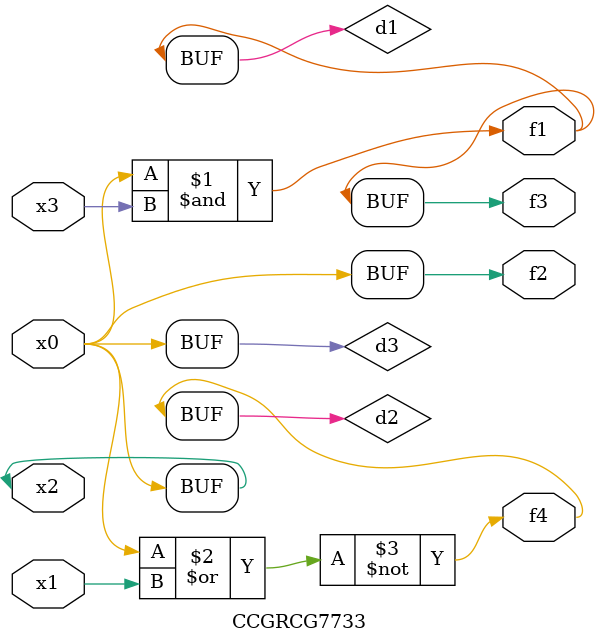
<source format=v>
module CCGRCG7733(
	input x0, x1, x2, x3,
	output f1, f2, f3, f4
);

	wire d1, d2, d3;

	and (d1, x2, x3);
	nor (d2, x0, x1);
	buf (d3, x0, x2);
	assign f1 = d1;
	assign f2 = d3;
	assign f3 = d1;
	assign f4 = d2;
endmodule

</source>
